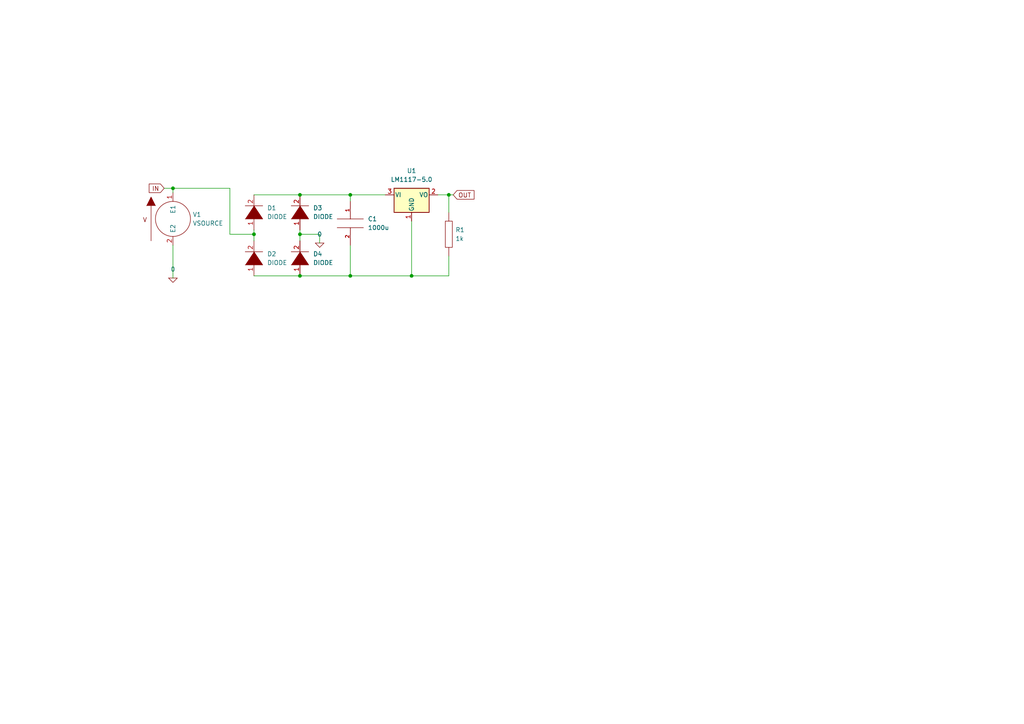
<source format=kicad_sch>
(kicad_sch (version 20211123) (generator eeschema)
  (paper "A4")
  (lib_symbols
    (symbol "Regulator_Linear:LM1117-5.0" (pin_names (offset 0.254))
      (property "Reference" "U" (at -3.81 3.175 0))
      (property "Value" "LM1117-5.0" (at 0 3.175 0))
      (symbol "LM1117-5.0_0_1"
        (rectangle (start -5.08 -5.08) (end 5.08 1.905) (stroke (width 0.254)) (fill (type background)))
      )
      (symbol "LM1117-5.0_1_1"
        (pin power_in line (at 0 -7.62 90) (length 2.54) (name "GND") (number "1"))
        (pin power_out line (at 7.62 0 180) (length 2.54) (name "VO") (number "2"))
        (pin power_in line (at -7.62 0 0) (length 2.54) (name "VI") (number "3"))
      )
    )
    (symbol "pspice:0" (power) (pin_names (offset 0))
      (property "Value" "0" (at 0 -1.778 0))
      (symbol "0_0_1"
        (polyline (pts (xy -1.27 0) (xy 0 -1.27) (xy 1.27 0) (xy -1.27 0)))
      )
      (symbol "0_1_1"
        (pin power_in line (at 0 0 0) (length 0) hide (name "0") (number "1"))
      )
    )
    (symbol "pspice:CAP" (pin_names (offset 0.254))
      (property "Reference" "C" (at 2.54 3.81 90))
      (property "Value" "CAP" (at 2.54 -3.81 90))
      (symbol "CAP_0_1"
        (polyline (pts (xy -3.81 -1.27) (xy 3.81 -1.27)))
        (polyline (pts (xy -3.81 1.27) (xy 3.81 1.27)))
      )
      (symbol "CAP_1_1"
        (pin passive line (at 0 6.35 270) (length 5.08) (name "~") (number "1"))
        (pin passive line (at 0 -6.35 90) (length 5.08) (name "~") (number "2"))
      )
    )
    (symbol "pspice:DIODE" (pin_names (offset 1.016) hide)
      (property "Reference" "D" (at 0 3.81 0))
      (property "Value" "DIODE" (at 0 -4.445 0))
      (symbol "DIODE_0_1"
        (polyline (pts (xy 1.905 2.54) (xy 1.905 -2.54)))
        (polyline (pts (xy -1.905 2.54) (xy -1.905 -2.54) (xy 1.905 0)) (fill (type outline)))
      )
      (symbol "DIODE_1_1"
        (pin input line (at -5.08 0 0) (length 3.81) (name "K") (number "1"))
        (pin input line (at 5.08 0 180) (length 3.81) (name "A") (number "2"))
      )
    )
    (symbol "pspice:R" (pin_numbers hide) (pin_names (offset 0))
      (property "Reference" "R" (at 2.032 0 90))
      (property "Value" "R" (at 0 0 90))
      (symbol "R_0_1"
        (rectangle (start -1.016 3.81) (end 1.016 -3.81))
      )
      (symbol "R_1_1"
        (pin passive line (at 0 6.35 270) (length 2.54) (name "~") (number "1"))
        (pin passive line (at 0 -6.35 90) (length 2.54) (name "~") (number "2"))
      )
    )
    (symbol "pspice:VSOURCE" (pin_names (offset 1.016))
      (property "Reference" "V" (at -6.35 7.62 0))
      (property "Value" "VSOURCE" (at 0 0 0))
      (symbol "VSOURCE_0_1"
        (polyline (pts (xy -6.35 -6.35) (xy -6.35 3.81)) (fill (type outline)))
        (polyline (pts (xy -7.62 3.81) (xy -6.35 6.35) (xy -5.08 3.81)) (fill (type outline)))
        (circle (center 0 0) (radius 5.08))
        (text "V" (at -8.128 -0.254 0) (effects (font (size 1.27 1.27))))
      )
      (symbol "VSOURCE_1_1"
        (pin input line (at 0 7.62 270) (length 2.54) (name "E1") (number "1"))
        (pin input line (at 0 -7.62 90) (length 2.54) (name "E2") (number "2"))
      )
    )
  )
  (junction (at 101.6 80.01))
  (junction (at 50.165 54.61))
  (junction (at 86.995 67.945))
  (junction (at 119.38 80.01))
  (junction (at 86.995 80.01))
  (junction (at 130.175 56.515))
  (junction (at 73.66 67.945))
  (junction (at 86.995 56.515))
  (junction (at 101.6 56.515))
  (wire (pts (xy 130.175 74.295) (xy 130.175 80.01)))
  (wire (pts (xy 119.38 80.01) (xy 101.6 80.01)))
  (wire (pts (xy 101.6 56.515) (xy 101.6 58.42)))
  (wire (pts (xy 127 56.515) (xy 130.175 56.515)))
  (wire (pts (xy 50.165 71.12) (xy 50.165 80.645)))
  (wire (pts (xy 86.995 80.01) (xy 101.6 80.01)))
  (wire (pts (xy 66.675 67.945) (xy 66.675 54.61)))
  (wire (pts (xy 66.675 54.61) (xy 50.165 54.61)))
  (wire (pts (xy 73.66 80.01) (xy 86.995 80.01)))
  (wire (pts (xy 73.66 67.945) (xy 73.66 69.85)))
  (wire (pts (xy 119.38 64.135) (xy 119.38 80.01)))
  (wire (pts (xy 101.6 71.12) (xy 101.6 80.01)))
  (wire (pts (xy 92.71 70.485) (xy 92.71 67.945)))
  (wire (pts (xy 130.175 56.515) (xy 131.445 56.515)))
  (wire (pts (xy 130.175 80.01) (xy 119.38 80.01)))
  (wire (pts (xy 73.66 56.515) (xy 86.995 56.515)))
  (wire (pts (xy 86.995 56.515) (xy 101.6 56.515)))
  (wire (pts (xy 92.71 67.945) (xy 86.995 67.945)))
  (wire (pts (xy 73.66 67.945) (xy 66.675 67.945)))
  (wire (pts (xy 130.175 56.515) (xy 130.175 61.595)))
  (wire (pts (xy 86.995 66.675) (xy 86.995 67.945)))
  (wire (pts (xy 111.76 56.515) (xy 101.6 56.515)))
  (wire (pts (xy 50.165 54.61) (xy 50.165 55.88)))
  (wire (pts (xy 47.625 54.61) (xy 50.165 54.61)))
  (wire (pts (xy 73.66 66.675) (xy 73.66 67.945)))
  (wire (pts (xy 86.995 67.945) (xy 86.995 69.85)))
  (global_label "IN" (shape input) (at 47.625 54.61 180) (property "Intersheet References" "${INTERSHEET_REFS}" (effects hide)))
  (global_label "OUT" (shape input) (at 131.445 56.515 0) (property "Intersheet References" "${INTERSHEET_REFS}" (effects hide)))
  (symbol (lib_id "pspice:DIODE") (at 73.66 61.595 90) (unit 1)
    (property "Reference" "D1" (at 77.47 60.3249 90) (effects (justify right)))
    (property "Value" "DIODE" (at 77.47 62.8649 90) (effects (justify right)))
    (property "Spice_Primitive" "D" (effects hide))
    (property "Spice_Model" "OMNI60" (effects hide))
    (property "Spice_Netlist_Enabled" "Y" (effects hide))
    (property "Spice_Lib_File" "C:\\Users\\henkj\\Downloads\\models_ugr\\modelos_subckt\\spice_complete\\DIODE5.LIB" (effects hide))
  )
  (symbol (lib_id "pspice:DIODE") (at 86.995 74.93 90) (unit 1)
    (property "Reference" "D4" (at 90.805 73.6599 90) (effects (justify right)))
    (property "Value" "DIODE" (at 90.805 76.1999 90) (effects (justify right)))
    (property "Spice_Primitive" "D" (effects hide))
    (property "Spice_Model" "OMNI60" (effects hide))
    (property "Spice_Netlist_Enabled" "Y" (effects hide))
    (property "Spice_Lib_File" "C:\\Users\\henkj\\Downloads\\models_ugr\\modelos_subckt\\spice_complete\\DIODE5.LIB" (effects hide))
  )
  (symbol (lib_id "pspice:R") (at 130.175 67.945 0) (unit 1)
    (property "Reference" "R1" (at 132.08 66.6749 0) (effects (justify left)))
    (property "Value" "1k" (at 132.08 69.2149 0) (effects (justify left)))
    (property "Spice_Primitive" "R" (effects hide))
    (property "Spice_Model" "300" (effects hide))
    (property "Spice_Netlist_Enabled" "Y" (effects hide))
  )
  (symbol (lib_id "pspice:0") (at 50.165 80.645 0) (unit 1)
    (property "Reference" "#GND01" (effects hide))
    (property "Value" "0" (at 50.165 78.105 0))
  )
  (symbol (lib_id "pspice:DIODE") (at 86.995 61.595 90) (unit 1)
    (property "Reference" "D3" (at 90.805 60.3249 90) (effects (justify right)))
    (property "Value" "DIODE" (at 90.805 62.8649 90) (effects (justify right)))
    (property "Spice_Primitive" "D" (effects hide))
    (property "Spice_Model" "OMNI60" (effects hide))
    (property "Spice_Netlist_Enabled" "Y" (effects hide))
    (property "Spice_Lib_File" "C:\\Users\\henkj\\Downloads\\models_ugr\\modelos_subckt\\spice_complete\\DIODE5.LIB" (effects hide))
  )
  (symbol (lib_id "pspice:CAP") (at 101.6 64.77 0) (unit 1)
    (property "Reference" "C1" (at 106.68 63.4999 0) (effects (justify left)))
    (property "Value" "1000u" (at 106.68 66.0399 0) (effects (justify left)))
    (property "Spice_Primitive" "C" (effects hide))
    (property "Spice_Model" "1000u" (effects hide))
    (property "Spice_Netlist_Enabled" "Y" (effects hide))
  )
  (symbol (lib_id "pspice:VSOURCE") (at 50.165 63.5 0) (unit 1)
    (property "Reference" "V1" (at 55.88 62.2299 0) (effects (justify left)))
    (property "Value" "VSOURCE" (at 55.88 64.7699 0) (effects (justify left)))
    (property "Spice_Primitive" "V" (effects hide))
    (property "Spice_Model" "dc 0 ac 1 sin(0 40 10)" (effects hide))
    (property "Spice_Netlist_Enabled" "Y" (effects hide))
  )
  (symbol (lib_id "pspice:DIODE") (at 73.66 74.93 90) (unit 1)
    (property "Reference" "D2" (at 77.47 73.6599 90) (effects (justify right)))
    (property "Value" "DIODE" (at 77.47 76.1999 90) (effects (justify right)))
    (property "Spice_Primitive" "D" (effects hide))
    (property "Spice_Model" "OMNI60" (effects hide))
    (property "Spice_Netlist_Enabled" "Y" (effects hide))
    (property "Spice_Lib_File" "C:\\Users\\henkj\\Downloads\\models_ugr\\modelos_subckt\\spice_complete\\DIODE5.LIB" (effects hide))
  )
  (symbol (lib_id "pspice:0") (at 92.71 70.485 0) (unit 1)
    (property "Reference" "#GND02" (effects hide))
    (property "Value" "0" (at 92.71 67.945 0))
  )
  (symbol (lib_id "Regulator_Linear:LM1117-5.0") (at 119.38 56.515 0) (unit 1)
    (property "Reference" "U1" (at 119.38 49.53 0))
    (property "Value" "LM1117-5.0" (at 119.38 52.07 0))
    (property "Datasheet" "http://www.ti.com/lit/ds/symlink/lm1117.pdf" (effects hide))
    (property "Spice_Primitive" "X" (effects hide))
    (property "Spice_Model" "LM1117_N_5P0_S3" (effects hide))
    (property "Spice_Netlist_Enabled" "Y" (effects hide))
    (property "Spice_Lib_File" "C:\\Users\\henkj\\Downloads\\snom485\\LM1117_N_5P0_TRANS.LIB" (effects hide))
  )
)
</source>
